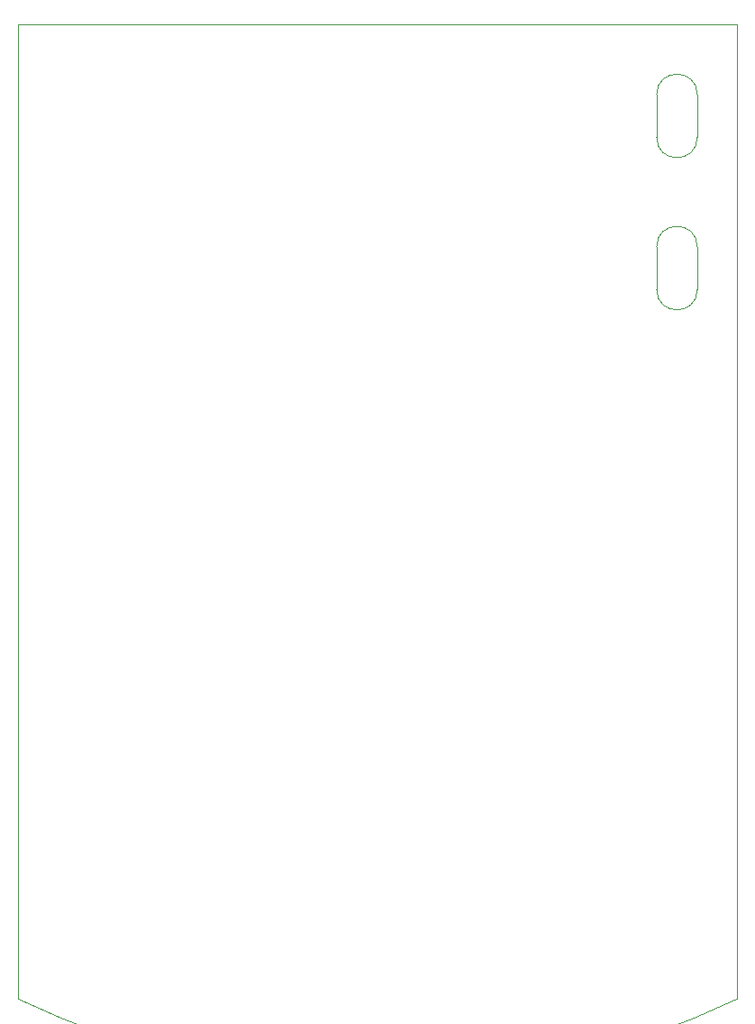
<source format=gbr>
G04 #@! TF.GenerationSoftware,KiCad,Pcbnew,(5.1.2)-2*
G04 #@! TF.CreationDate,2020-07-24T13:05:48-04:00*
G04 #@! TF.ProjectId,shim-PCB,7368696d-2d50-4434-922e-6b696361645f,rev?*
G04 #@! TF.SameCoordinates,Original*
G04 #@! TF.FileFunction,Legend,Bot*
G04 #@! TF.FilePolarity,Positive*
%FSLAX46Y46*%
G04 Gerber Fmt 4.6, Leading zero omitted, Abs format (unit mm)*
G04 Created by KiCad (PCBNEW (5.1.2)-2) date 2020-07-24 13:05:48*
%MOMM*%
%LPD*%
G04 APERTURE LIST*
%ADD10C,0.050000*%
G04 APERTURE END LIST*
D10*
X107878075Y-48006000D02*
X175425701Y-48006000D01*
X107878075Y-135724057D02*
X107878075Y-139534057D01*
X171682092Y-54560466D02*
X171682092Y-58605279D01*
X107878075Y-47997753D02*
X175425701Y-47997753D01*
X171682092Y-68852374D02*
X171682092Y-72897189D01*
X171682092Y-58605279D02*
G75*
G02X167872092Y-58605279I-1905000J0D01*
G01*
X167872092Y-68852374D02*
G75*
G02X171682092Y-68852374I1905000J0D01*
G01*
X175425701Y-47997753D02*
X175425701Y-139534057D01*
X167872092Y-58605279D02*
X167872092Y-54560466D01*
X167872092Y-54560466D02*
G75*
G02X171682092Y-54560466I1905000J0D01*
G01*
X171682092Y-72897189D02*
G75*
G02X167872092Y-72897189I-1905000J0D01*
G01*
X107878075Y-135724057D02*
X107878075Y-47997753D01*
X167872092Y-72897189D02*
X167872092Y-68852374D01*
X175371400Y-139560075D02*
G75*
G02X107878075Y-139534057I-33719511J70447727D01*
G01*
M02*

</source>
